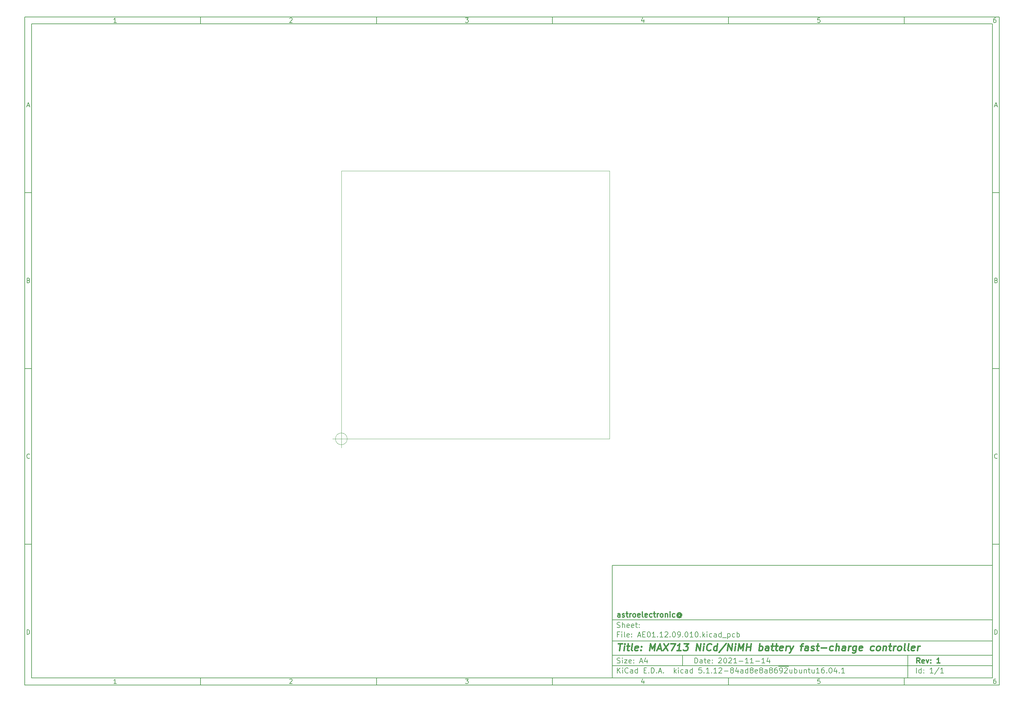
<source format=gbr>
%TF.GenerationSoftware,KiCad,Pcbnew,5.1.12-84ad8e8a86~92~ubuntu16.04.1*%
%TF.CreationDate,2021-11-14T14:14:53+01:00*%
%TF.ProjectId,AE01.12.09.010,41453031-2e31-4322-9e30-392e3031302e,1*%
%TF.SameCoordinates,Original*%
%TF.FileFunction,Glue,Bot*%
%TF.FilePolarity,Positive*%
%FSLAX46Y46*%
G04 Gerber Fmt 4.6, Leading zero omitted, Abs format (unit mm)*
G04 Created by KiCad (PCBNEW 5.1.12-84ad8e8a86~92~ubuntu16.04.1) date 2021-11-14 14:14:53*
%MOMM*%
%LPD*%
G01*
G04 APERTURE LIST*
%ADD10C,0.100000*%
%ADD11C,0.150000*%
%ADD12C,0.300000*%
%ADD13C,0.400000*%
%TA.AperFunction,Profile*%
%ADD14C,0.050000*%
%TD*%
G04 APERTURE END LIST*
D10*
D11*
X177002200Y-166007200D02*
X177002200Y-198007200D01*
X285002200Y-198007200D01*
X285002200Y-166007200D01*
X177002200Y-166007200D01*
D10*
D11*
X10000000Y-10000000D02*
X10000000Y-200007200D01*
X287002200Y-200007200D01*
X287002200Y-10000000D01*
X10000000Y-10000000D01*
D10*
D11*
X12000000Y-12000000D02*
X12000000Y-198007200D01*
X285002200Y-198007200D01*
X285002200Y-12000000D01*
X12000000Y-12000000D01*
D10*
D11*
X60000000Y-12000000D02*
X60000000Y-10000000D01*
D10*
D11*
X110000000Y-12000000D02*
X110000000Y-10000000D01*
D10*
D11*
X160000000Y-12000000D02*
X160000000Y-10000000D01*
D10*
D11*
X210000000Y-12000000D02*
X210000000Y-10000000D01*
D10*
D11*
X260000000Y-12000000D02*
X260000000Y-10000000D01*
D10*
D11*
X36065476Y-11588095D02*
X35322619Y-11588095D01*
X35694047Y-11588095D02*
X35694047Y-10288095D01*
X35570238Y-10473809D01*
X35446428Y-10597619D01*
X35322619Y-10659523D01*
D10*
D11*
X85322619Y-10411904D02*
X85384523Y-10350000D01*
X85508333Y-10288095D01*
X85817857Y-10288095D01*
X85941666Y-10350000D01*
X86003571Y-10411904D01*
X86065476Y-10535714D01*
X86065476Y-10659523D01*
X86003571Y-10845238D01*
X85260714Y-11588095D01*
X86065476Y-11588095D01*
D10*
D11*
X135260714Y-10288095D02*
X136065476Y-10288095D01*
X135632142Y-10783333D01*
X135817857Y-10783333D01*
X135941666Y-10845238D01*
X136003571Y-10907142D01*
X136065476Y-11030952D01*
X136065476Y-11340476D01*
X136003571Y-11464285D01*
X135941666Y-11526190D01*
X135817857Y-11588095D01*
X135446428Y-11588095D01*
X135322619Y-11526190D01*
X135260714Y-11464285D01*
D10*
D11*
X185941666Y-10721428D02*
X185941666Y-11588095D01*
X185632142Y-10226190D02*
X185322619Y-11154761D01*
X186127380Y-11154761D01*
D10*
D11*
X236003571Y-10288095D02*
X235384523Y-10288095D01*
X235322619Y-10907142D01*
X235384523Y-10845238D01*
X235508333Y-10783333D01*
X235817857Y-10783333D01*
X235941666Y-10845238D01*
X236003571Y-10907142D01*
X236065476Y-11030952D01*
X236065476Y-11340476D01*
X236003571Y-11464285D01*
X235941666Y-11526190D01*
X235817857Y-11588095D01*
X235508333Y-11588095D01*
X235384523Y-11526190D01*
X235322619Y-11464285D01*
D10*
D11*
X285941666Y-10288095D02*
X285694047Y-10288095D01*
X285570238Y-10350000D01*
X285508333Y-10411904D01*
X285384523Y-10597619D01*
X285322619Y-10845238D01*
X285322619Y-11340476D01*
X285384523Y-11464285D01*
X285446428Y-11526190D01*
X285570238Y-11588095D01*
X285817857Y-11588095D01*
X285941666Y-11526190D01*
X286003571Y-11464285D01*
X286065476Y-11340476D01*
X286065476Y-11030952D01*
X286003571Y-10907142D01*
X285941666Y-10845238D01*
X285817857Y-10783333D01*
X285570238Y-10783333D01*
X285446428Y-10845238D01*
X285384523Y-10907142D01*
X285322619Y-11030952D01*
D10*
D11*
X60000000Y-198007200D02*
X60000000Y-200007200D01*
D10*
D11*
X110000000Y-198007200D02*
X110000000Y-200007200D01*
D10*
D11*
X160000000Y-198007200D02*
X160000000Y-200007200D01*
D10*
D11*
X210000000Y-198007200D02*
X210000000Y-200007200D01*
D10*
D11*
X260000000Y-198007200D02*
X260000000Y-200007200D01*
D10*
D11*
X36065476Y-199595295D02*
X35322619Y-199595295D01*
X35694047Y-199595295D02*
X35694047Y-198295295D01*
X35570238Y-198481009D01*
X35446428Y-198604819D01*
X35322619Y-198666723D01*
D10*
D11*
X85322619Y-198419104D02*
X85384523Y-198357200D01*
X85508333Y-198295295D01*
X85817857Y-198295295D01*
X85941666Y-198357200D01*
X86003571Y-198419104D01*
X86065476Y-198542914D01*
X86065476Y-198666723D01*
X86003571Y-198852438D01*
X85260714Y-199595295D01*
X86065476Y-199595295D01*
D10*
D11*
X135260714Y-198295295D02*
X136065476Y-198295295D01*
X135632142Y-198790533D01*
X135817857Y-198790533D01*
X135941666Y-198852438D01*
X136003571Y-198914342D01*
X136065476Y-199038152D01*
X136065476Y-199347676D01*
X136003571Y-199471485D01*
X135941666Y-199533390D01*
X135817857Y-199595295D01*
X135446428Y-199595295D01*
X135322619Y-199533390D01*
X135260714Y-199471485D01*
D10*
D11*
X185941666Y-198728628D02*
X185941666Y-199595295D01*
X185632142Y-198233390D02*
X185322619Y-199161961D01*
X186127380Y-199161961D01*
D10*
D11*
X236003571Y-198295295D02*
X235384523Y-198295295D01*
X235322619Y-198914342D01*
X235384523Y-198852438D01*
X235508333Y-198790533D01*
X235817857Y-198790533D01*
X235941666Y-198852438D01*
X236003571Y-198914342D01*
X236065476Y-199038152D01*
X236065476Y-199347676D01*
X236003571Y-199471485D01*
X235941666Y-199533390D01*
X235817857Y-199595295D01*
X235508333Y-199595295D01*
X235384523Y-199533390D01*
X235322619Y-199471485D01*
D10*
D11*
X285941666Y-198295295D02*
X285694047Y-198295295D01*
X285570238Y-198357200D01*
X285508333Y-198419104D01*
X285384523Y-198604819D01*
X285322619Y-198852438D01*
X285322619Y-199347676D01*
X285384523Y-199471485D01*
X285446428Y-199533390D01*
X285570238Y-199595295D01*
X285817857Y-199595295D01*
X285941666Y-199533390D01*
X286003571Y-199471485D01*
X286065476Y-199347676D01*
X286065476Y-199038152D01*
X286003571Y-198914342D01*
X285941666Y-198852438D01*
X285817857Y-198790533D01*
X285570238Y-198790533D01*
X285446428Y-198852438D01*
X285384523Y-198914342D01*
X285322619Y-199038152D01*
D10*
D11*
X10000000Y-60000000D02*
X12000000Y-60000000D01*
D10*
D11*
X10000000Y-110000000D02*
X12000000Y-110000000D01*
D10*
D11*
X10000000Y-160000000D02*
X12000000Y-160000000D01*
D10*
D11*
X10690476Y-35216666D02*
X11309523Y-35216666D01*
X10566666Y-35588095D02*
X11000000Y-34288095D01*
X11433333Y-35588095D01*
D10*
D11*
X11092857Y-84907142D02*
X11278571Y-84969047D01*
X11340476Y-85030952D01*
X11402380Y-85154761D01*
X11402380Y-85340476D01*
X11340476Y-85464285D01*
X11278571Y-85526190D01*
X11154761Y-85588095D01*
X10659523Y-85588095D01*
X10659523Y-84288095D01*
X11092857Y-84288095D01*
X11216666Y-84350000D01*
X11278571Y-84411904D01*
X11340476Y-84535714D01*
X11340476Y-84659523D01*
X11278571Y-84783333D01*
X11216666Y-84845238D01*
X11092857Y-84907142D01*
X10659523Y-84907142D01*
D10*
D11*
X11402380Y-135464285D02*
X11340476Y-135526190D01*
X11154761Y-135588095D01*
X11030952Y-135588095D01*
X10845238Y-135526190D01*
X10721428Y-135402380D01*
X10659523Y-135278571D01*
X10597619Y-135030952D01*
X10597619Y-134845238D01*
X10659523Y-134597619D01*
X10721428Y-134473809D01*
X10845238Y-134350000D01*
X11030952Y-134288095D01*
X11154761Y-134288095D01*
X11340476Y-134350000D01*
X11402380Y-134411904D01*
D10*
D11*
X10659523Y-185588095D02*
X10659523Y-184288095D01*
X10969047Y-184288095D01*
X11154761Y-184350000D01*
X11278571Y-184473809D01*
X11340476Y-184597619D01*
X11402380Y-184845238D01*
X11402380Y-185030952D01*
X11340476Y-185278571D01*
X11278571Y-185402380D01*
X11154761Y-185526190D01*
X10969047Y-185588095D01*
X10659523Y-185588095D01*
D10*
D11*
X287002200Y-60000000D02*
X285002200Y-60000000D01*
D10*
D11*
X287002200Y-110000000D02*
X285002200Y-110000000D01*
D10*
D11*
X287002200Y-160000000D02*
X285002200Y-160000000D01*
D10*
D11*
X285692676Y-35216666D02*
X286311723Y-35216666D01*
X285568866Y-35588095D02*
X286002200Y-34288095D01*
X286435533Y-35588095D01*
D10*
D11*
X286095057Y-84907142D02*
X286280771Y-84969047D01*
X286342676Y-85030952D01*
X286404580Y-85154761D01*
X286404580Y-85340476D01*
X286342676Y-85464285D01*
X286280771Y-85526190D01*
X286156961Y-85588095D01*
X285661723Y-85588095D01*
X285661723Y-84288095D01*
X286095057Y-84288095D01*
X286218866Y-84350000D01*
X286280771Y-84411904D01*
X286342676Y-84535714D01*
X286342676Y-84659523D01*
X286280771Y-84783333D01*
X286218866Y-84845238D01*
X286095057Y-84907142D01*
X285661723Y-84907142D01*
D10*
D11*
X286404580Y-135464285D02*
X286342676Y-135526190D01*
X286156961Y-135588095D01*
X286033152Y-135588095D01*
X285847438Y-135526190D01*
X285723628Y-135402380D01*
X285661723Y-135278571D01*
X285599819Y-135030952D01*
X285599819Y-134845238D01*
X285661723Y-134597619D01*
X285723628Y-134473809D01*
X285847438Y-134350000D01*
X286033152Y-134288095D01*
X286156961Y-134288095D01*
X286342676Y-134350000D01*
X286404580Y-134411904D01*
D10*
D11*
X285661723Y-185588095D02*
X285661723Y-184288095D01*
X285971247Y-184288095D01*
X286156961Y-184350000D01*
X286280771Y-184473809D01*
X286342676Y-184597619D01*
X286404580Y-184845238D01*
X286404580Y-185030952D01*
X286342676Y-185278571D01*
X286280771Y-185402380D01*
X286156961Y-185526190D01*
X285971247Y-185588095D01*
X285661723Y-185588095D01*
D10*
D11*
X200434342Y-193785771D02*
X200434342Y-192285771D01*
X200791485Y-192285771D01*
X201005771Y-192357200D01*
X201148628Y-192500057D01*
X201220057Y-192642914D01*
X201291485Y-192928628D01*
X201291485Y-193142914D01*
X201220057Y-193428628D01*
X201148628Y-193571485D01*
X201005771Y-193714342D01*
X200791485Y-193785771D01*
X200434342Y-193785771D01*
X202577200Y-193785771D02*
X202577200Y-193000057D01*
X202505771Y-192857200D01*
X202362914Y-192785771D01*
X202077200Y-192785771D01*
X201934342Y-192857200D01*
X202577200Y-193714342D02*
X202434342Y-193785771D01*
X202077200Y-193785771D01*
X201934342Y-193714342D01*
X201862914Y-193571485D01*
X201862914Y-193428628D01*
X201934342Y-193285771D01*
X202077200Y-193214342D01*
X202434342Y-193214342D01*
X202577200Y-193142914D01*
X203077200Y-192785771D02*
X203648628Y-192785771D01*
X203291485Y-192285771D02*
X203291485Y-193571485D01*
X203362914Y-193714342D01*
X203505771Y-193785771D01*
X203648628Y-193785771D01*
X204720057Y-193714342D02*
X204577200Y-193785771D01*
X204291485Y-193785771D01*
X204148628Y-193714342D01*
X204077200Y-193571485D01*
X204077200Y-193000057D01*
X204148628Y-192857200D01*
X204291485Y-192785771D01*
X204577200Y-192785771D01*
X204720057Y-192857200D01*
X204791485Y-193000057D01*
X204791485Y-193142914D01*
X204077200Y-193285771D01*
X205434342Y-193642914D02*
X205505771Y-193714342D01*
X205434342Y-193785771D01*
X205362914Y-193714342D01*
X205434342Y-193642914D01*
X205434342Y-193785771D01*
X205434342Y-192857200D02*
X205505771Y-192928628D01*
X205434342Y-193000057D01*
X205362914Y-192928628D01*
X205434342Y-192857200D01*
X205434342Y-193000057D01*
X207220057Y-192428628D02*
X207291485Y-192357200D01*
X207434342Y-192285771D01*
X207791485Y-192285771D01*
X207934342Y-192357200D01*
X208005771Y-192428628D01*
X208077200Y-192571485D01*
X208077200Y-192714342D01*
X208005771Y-192928628D01*
X207148628Y-193785771D01*
X208077200Y-193785771D01*
X209005771Y-192285771D02*
X209148628Y-192285771D01*
X209291485Y-192357200D01*
X209362914Y-192428628D01*
X209434342Y-192571485D01*
X209505771Y-192857200D01*
X209505771Y-193214342D01*
X209434342Y-193500057D01*
X209362914Y-193642914D01*
X209291485Y-193714342D01*
X209148628Y-193785771D01*
X209005771Y-193785771D01*
X208862914Y-193714342D01*
X208791485Y-193642914D01*
X208720057Y-193500057D01*
X208648628Y-193214342D01*
X208648628Y-192857200D01*
X208720057Y-192571485D01*
X208791485Y-192428628D01*
X208862914Y-192357200D01*
X209005771Y-192285771D01*
X210077200Y-192428628D02*
X210148628Y-192357200D01*
X210291485Y-192285771D01*
X210648628Y-192285771D01*
X210791485Y-192357200D01*
X210862914Y-192428628D01*
X210934342Y-192571485D01*
X210934342Y-192714342D01*
X210862914Y-192928628D01*
X210005771Y-193785771D01*
X210934342Y-193785771D01*
X212362914Y-193785771D02*
X211505771Y-193785771D01*
X211934342Y-193785771D02*
X211934342Y-192285771D01*
X211791485Y-192500057D01*
X211648628Y-192642914D01*
X211505771Y-192714342D01*
X213005771Y-193214342D02*
X214148628Y-193214342D01*
X215648628Y-193785771D02*
X214791485Y-193785771D01*
X215220057Y-193785771D02*
X215220057Y-192285771D01*
X215077200Y-192500057D01*
X214934342Y-192642914D01*
X214791485Y-192714342D01*
X217077200Y-193785771D02*
X216220057Y-193785771D01*
X216648628Y-193785771D02*
X216648628Y-192285771D01*
X216505771Y-192500057D01*
X216362914Y-192642914D01*
X216220057Y-192714342D01*
X217720057Y-193214342D02*
X218862914Y-193214342D01*
X220362914Y-193785771D02*
X219505771Y-193785771D01*
X219934342Y-193785771D02*
X219934342Y-192285771D01*
X219791485Y-192500057D01*
X219648628Y-192642914D01*
X219505771Y-192714342D01*
X221648628Y-192785771D02*
X221648628Y-193785771D01*
X221291485Y-192214342D02*
X220934342Y-193285771D01*
X221862914Y-193285771D01*
D10*
D11*
X177002200Y-194507200D02*
X285002200Y-194507200D01*
D10*
D11*
X178434342Y-196585771D02*
X178434342Y-195085771D01*
X179291485Y-196585771D02*
X178648628Y-195728628D01*
X179291485Y-195085771D02*
X178434342Y-195942914D01*
X179934342Y-196585771D02*
X179934342Y-195585771D01*
X179934342Y-195085771D02*
X179862914Y-195157200D01*
X179934342Y-195228628D01*
X180005771Y-195157200D01*
X179934342Y-195085771D01*
X179934342Y-195228628D01*
X181505771Y-196442914D02*
X181434342Y-196514342D01*
X181220057Y-196585771D01*
X181077200Y-196585771D01*
X180862914Y-196514342D01*
X180720057Y-196371485D01*
X180648628Y-196228628D01*
X180577200Y-195942914D01*
X180577200Y-195728628D01*
X180648628Y-195442914D01*
X180720057Y-195300057D01*
X180862914Y-195157200D01*
X181077200Y-195085771D01*
X181220057Y-195085771D01*
X181434342Y-195157200D01*
X181505771Y-195228628D01*
X182791485Y-196585771D02*
X182791485Y-195800057D01*
X182720057Y-195657200D01*
X182577200Y-195585771D01*
X182291485Y-195585771D01*
X182148628Y-195657200D01*
X182791485Y-196514342D02*
X182648628Y-196585771D01*
X182291485Y-196585771D01*
X182148628Y-196514342D01*
X182077200Y-196371485D01*
X182077200Y-196228628D01*
X182148628Y-196085771D01*
X182291485Y-196014342D01*
X182648628Y-196014342D01*
X182791485Y-195942914D01*
X184148628Y-196585771D02*
X184148628Y-195085771D01*
X184148628Y-196514342D02*
X184005771Y-196585771D01*
X183720057Y-196585771D01*
X183577200Y-196514342D01*
X183505771Y-196442914D01*
X183434342Y-196300057D01*
X183434342Y-195871485D01*
X183505771Y-195728628D01*
X183577200Y-195657200D01*
X183720057Y-195585771D01*
X184005771Y-195585771D01*
X184148628Y-195657200D01*
X186005771Y-195800057D02*
X186505771Y-195800057D01*
X186720057Y-196585771D02*
X186005771Y-196585771D01*
X186005771Y-195085771D01*
X186720057Y-195085771D01*
X187362914Y-196442914D02*
X187434342Y-196514342D01*
X187362914Y-196585771D01*
X187291485Y-196514342D01*
X187362914Y-196442914D01*
X187362914Y-196585771D01*
X188077200Y-196585771D02*
X188077200Y-195085771D01*
X188434342Y-195085771D01*
X188648628Y-195157200D01*
X188791485Y-195300057D01*
X188862914Y-195442914D01*
X188934342Y-195728628D01*
X188934342Y-195942914D01*
X188862914Y-196228628D01*
X188791485Y-196371485D01*
X188648628Y-196514342D01*
X188434342Y-196585771D01*
X188077200Y-196585771D01*
X189577200Y-196442914D02*
X189648628Y-196514342D01*
X189577200Y-196585771D01*
X189505771Y-196514342D01*
X189577200Y-196442914D01*
X189577200Y-196585771D01*
X190220057Y-196157200D02*
X190934342Y-196157200D01*
X190077200Y-196585771D02*
X190577200Y-195085771D01*
X191077200Y-196585771D01*
X191577200Y-196442914D02*
X191648628Y-196514342D01*
X191577200Y-196585771D01*
X191505771Y-196514342D01*
X191577200Y-196442914D01*
X191577200Y-196585771D01*
X194577200Y-196585771D02*
X194577200Y-195085771D01*
X194720057Y-196014342D02*
X195148628Y-196585771D01*
X195148628Y-195585771D02*
X194577200Y-196157200D01*
X195791485Y-196585771D02*
X195791485Y-195585771D01*
X195791485Y-195085771D02*
X195720057Y-195157200D01*
X195791485Y-195228628D01*
X195862914Y-195157200D01*
X195791485Y-195085771D01*
X195791485Y-195228628D01*
X197148628Y-196514342D02*
X197005771Y-196585771D01*
X196720057Y-196585771D01*
X196577200Y-196514342D01*
X196505771Y-196442914D01*
X196434342Y-196300057D01*
X196434342Y-195871485D01*
X196505771Y-195728628D01*
X196577200Y-195657200D01*
X196720057Y-195585771D01*
X197005771Y-195585771D01*
X197148628Y-195657200D01*
X198434342Y-196585771D02*
X198434342Y-195800057D01*
X198362914Y-195657200D01*
X198220057Y-195585771D01*
X197934342Y-195585771D01*
X197791485Y-195657200D01*
X198434342Y-196514342D02*
X198291485Y-196585771D01*
X197934342Y-196585771D01*
X197791485Y-196514342D01*
X197720057Y-196371485D01*
X197720057Y-196228628D01*
X197791485Y-196085771D01*
X197934342Y-196014342D01*
X198291485Y-196014342D01*
X198434342Y-195942914D01*
X199791485Y-196585771D02*
X199791485Y-195085771D01*
X199791485Y-196514342D02*
X199648628Y-196585771D01*
X199362914Y-196585771D01*
X199220057Y-196514342D01*
X199148628Y-196442914D01*
X199077200Y-196300057D01*
X199077200Y-195871485D01*
X199148628Y-195728628D01*
X199220057Y-195657200D01*
X199362914Y-195585771D01*
X199648628Y-195585771D01*
X199791485Y-195657200D01*
X202362914Y-195085771D02*
X201648628Y-195085771D01*
X201577200Y-195800057D01*
X201648628Y-195728628D01*
X201791485Y-195657200D01*
X202148628Y-195657200D01*
X202291485Y-195728628D01*
X202362914Y-195800057D01*
X202434342Y-195942914D01*
X202434342Y-196300057D01*
X202362914Y-196442914D01*
X202291485Y-196514342D01*
X202148628Y-196585771D01*
X201791485Y-196585771D01*
X201648628Y-196514342D01*
X201577200Y-196442914D01*
X203077200Y-196442914D02*
X203148628Y-196514342D01*
X203077200Y-196585771D01*
X203005771Y-196514342D01*
X203077200Y-196442914D01*
X203077200Y-196585771D01*
X204577200Y-196585771D02*
X203720057Y-196585771D01*
X204148628Y-196585771D02*
X204148628Y-195085771D01*
X204005771Y-195300057D01*
X203862914Y-195442914D01*
X203720057Y-195514342D01*
X205220057Y-196442914D02*
X205291485Y-196514342D01*
X205220057Y-196585771D01*
X205148628Y-196514342D01*
X205220057Y-196442914D01*
X205220057Y-196585771D01*
X206720057Y-196585771D02*
X205862914Y-196585771D01*
X206291485Y-196585771D02*
X206291485Y-195085771D01*
X206148628Y-195300057D01*
X206005771Y-195442914D01*
X205862914Y-195514342D01*
X207291485Y-195228628D02*
X207362914Y-195157200D01*
X207505771Y-195085771D01*
X207862914Y-195085771D01*
X208005771Y-195157200D01*
X208077200Y-195228628D01*
X208148628Y-195371485D01*
X208148628Y-195514342D01*
X208077200Y-195728628D01*
X207220057Y-196585771D01*
X208148628Y-196585771D01*
X208791485Y-196014342D02*
X209934342Y-196014342D01*
X210862914Y-195728628D02*
X210720057Y-195657200D01*
X210648628Y-195585771D01*
X210577200Y-195442914D01*
X210577200Y-195371485D01*
X210648628Y-195228628D01*
X210720057Y-195157200D01*
X210862914Y-195085771D01*
X211148628Y-195085771D01*
X211291485Y-195157200D01*
X211362914Y-195228628D01*
X211434342Y-195371485D01*
X211434342Y-195442914D01*
X211362914Y-195585771D01*
X211291485Y-195657200D01*
X211148628Y-195728628D01*
X210862914Y-195728628D01*
X210720057Y-195800057D01*
X210648628Y-195871485D01*
X210577200Y-196014342D01*
X210577200Y-196300057D01*
X210648628Y-196442914D01*
X210720057Y-196514342D01*
X210862914Y-196585771D01*
X211148628Y-196585771D01*
X211291485Y-196514342D01*
X211362914Y-196442914D01*
X211434342Y-196300057D01*
X211434342Y-196014342D01*
X211362914Y-195871485D01*
X211291485Y-195800057D01*
X211148628Y-195728628D01*
X212720057Y-195585771D02*
X212720057Y-196585771D01*
X212362914Y-195014342D02*
X212005771Y-196085771D01*
X212934342Y-196085771D01*
X214148628Y-196585771D02*
X214148628Y-195800057D01*
X214077200Y-195657200D01*
X213934342Y-195585771D01*
X213648628Y-195585771D01*
X213505771Y-195657200D01*
X214148628Y-196514342D02*
X214005771Y-196585771D01*
X213648628Y-196585771D01*
X213505771Y-196514342D01*
X213434342Y-196371485D01*
X213434342Y-196228628D01*
X213505771Y-196085771D01*
X213648628Y-196014342D01*
X214005771Y-196014342D01*
X214148628Y-195942914D01*
X215505771Y-196585771D02*
X215505771Y-195085771D01*
X215505771Y-196514342D02*
X215362914Y-196585771D01*
X215077200Y-196585771D01*
X214934342Y-196514342D01*
X214862914Y-196442914D01*
X214791485Y-196300057D01*
X214791485Y-195871485D01*
X214862914Y-195728628D01*
X214934342Y-195657200D01*
X215077200Y-195585771D01*
X215362914Y-195585771D01*
X215505771Y-195657200D01*
X216434342Y-195728628D02*
X216291485Y-195657200D01*
X216220057Y-195585771D01*
X216148628Y-195442914D01*
X216148628Y-195371485D01*
X216220057Y-195228628D01*
X216291485Y-195157200D01*
X216434342Y-195085771D01*
X216720057Y-195085771D01*
X216862914Y-195157200D01*
X216934342Y-195228628D01*
X217005771Y-195371485D01*
X217005771Y-195442914D01*
X216934342Y-195585771D01*
X216862914Y-195657200D01*
X216720057Y-195728628D01*
X216434342Y-195728628D01*
X216291485Y-195800057D01*
X216220057Y-195871485D01*
X216148628Y-196014342D01*
X216148628Y-196300057D01*
X216220057Y-196442914D01*
X216291485Y-196514342D01*
X216434342Y-196585771D01*
X216720057Y-196585771D01*
X216862914Y-196514342D01*
X216934342Y-196442914D01*
X217005771Y-196300057D01*
X217005771Y-196014342D01*
X216934342Y-195871485D01*
X216862914Y-195800057D01*
X216720057Y-195728628D01*
X218220057Y-196514342D02*
X218077200Y-196585771D01*
X217791485Y-196585771D01*
X217648628Y-196514342D01*
X217577200Y-196371485D01*
X217577200Y-195800057D01*
X217648628Y-195657200D01*
X217791485Y-195585771D01*
X218077200Y-195585771D01*
X218220057Y-195657200D01*
X218291485Y-195800057D01*
X218291485Y-195942914D01*
X217577200Y-196085771D01*
X219148628Y-195728628D02*
X219005771Y-195657200D01*
X218934342Y-195585771D01*
X218862914Y-195442914D01*
X218862914Y-195371485D01*
X218934342Y-195228628D01*
X219005771Y-195157200D01*
X219148628Y-195085771D01*
X219434342Y-195085771D01*
X219577200Y-195157200D01*
X219648628Y-195228628D01*
X219720057Y-195371485D01*
X219720057Y-195442914D01*
X219648628Y-195585771D01*
X219577200Y-195657200D01*
X219434342Y-195728628D01*
X219148628Y-195728628D01*
X219005771Y-195800057D01*
X218934342Y-195871485D01*
X218862914Y-196014342D01*
X218862914Y-196300057D01*
X218934342Y-196442914D01*
X219005771Y-196514342D01*
X219148628Y-196585771D01*
X219434342Y-196585771D01*
X219577200Y-196514342D01*
X219648628Y-196442914D01*
X219720057Y-196300057D01*
X219720057Y-196014342D01*
X219648628Y-195871485D01*
X219577200Y-195800057D01*
X219434342Y-195728628D01*
X221005771Y-196585771D02*
X221005771Y-195800057D01*
X220934342Y-195657200D01*
X220791485Y-195585771D01*
X220505771Y-195585771D01*
X220362914Y-195657200D01*
X221005771Y-196514342D02*
X220862914Y-196585771D01*
X220505771Y-196585771D01*
X220362914Y-196514342D01*
X220291485Y-196371485D01*
X220291485Y-196228628D01*
X220362914Y-196085771D01*
X220505771Y-196014342D01*
X220862914Y-196014342D01*
X221005771Y-195942914D01*
X221934342Y-195728628D02*
X221791485Y-195657200D01*
X221720057Y-195585771D01*
X221648628Y-195442914D01*
X221648628Y-195371485D01*
X221720057Y-195228628D01*
X221791485Y-195157200D01*
X221934342Y-195085771D01*
X222220057Y-195085771D01*
X222362914Y-195157200D01*
X222434342Y-195228628D01*
X222505771Y-195371485D01*
X222505771Y-195442914D01*
X222434342Y-195585771D01*
X222362914Y-195657200D01*
X222220057Y-195728628D01*
X221934342Y-195728628D01*
X221791485Y-195800057D01*
X221720057Y-195871485D01*
X221648628Y-196014342D01*
X221648628Y-196300057D01*
X221720057Y-196442914D01*
X221791485Y-196514342D01*
X221934342Y-196585771D01*
X222220057Y-196585771D01*
X222362914Y-196514342D01*
X222434342Y-196442914D01*
X222505771Y-196300057D01*
X222505771Y-196014342D01*
X222434342Y-195871485D01*
X222362914Y-195800057D01*
X222220057Y-195728628D01*
X223791485Y-195085771D02*
X223505771Y-195085771D01*
X223362914Y-195157200D01*
X223291485Y-195228628D01*
X223148628Y-195442914D01*
X223077200Y-195728628D01*
X223077200Y-196300057D01*
X223148628Y-196442914D01*
X223220057Y-196514342D01*
X223362914Y-196585771D01*
X223648628Y-196585771D01*
X223791485Y-196514342D01*
X223862914Y-196442914D01*
X223934342Y-196300057D01*
X223934342Y-195942914D01*
X223862914Y-195800057D01*
X223791485Y-195728628D01*
X223648628Y-195657200D01*
X223362914Y-195657200D01*
X223220057Y-195728628D01*
X223148628Y-195800057D01*
X223077200Y-195942914D01*
X224220057Y-194677200D02*
X225648628Y-194677200D01*
X224648628Y-196585771D02*
X224934342Y-196585771D01*
X225077200Y-196514342D01*
X225148628Y-196442914D01*
X225291485Y-196228628D01*
X225362914Y-195942914D01*
X225362914Y-195371485D01*
X225291485Y-195228628D01*
X225220057Y-195157200D01*
X225077200Y-195085771D01*
X224791485Y-195085771D01*
X224648628Y-195157200D01*
X224577200Y-195228628D01*
X224505771Y-195371485D01*
X224505771Y-195728628D01*
X224577200Y-195871485D01*
X224648628Y-195942914D01*
X224791485Y-196014342D01*
X225077200Y-196014342D01*
X225220057Y-195942914D01*
X225291485Y-195871485D01*
X225362914Y-195728628D01*
X225648628Y-194677200D02*
X227077199Y-194677200D01*
X225934342Y-195228628D02*
X226005771Y-195157200D01*
X226148628Y-195085771D01*
X226505771Y-195085771D01*
X226648628Y-195157200D01*
X226720057Y-195228628D01*
X226791485Y-195371485D01*
X226791485Y-195514342D01*
X226720057Y-195728628D01*
X225862914Y-196585771D01*
X226791485Y-196585771D01*
X228077199Y-195585771D02*
X228077199Y-196585771D01*
X227434342Y-195585771D02*
X227434342Y-196371485D01*
X227505771Y-196514342D01*
X227648628Y-196585771D01*
X227862914Y-196585771D01*
X228005771Y-196514342D01*
X228077199Y-196442914D01*
X228791485Y-196585771D02*
X228791485Y-195085771D01*
X228791485Y-195657200D02*
X228934342Y-195585771D01*
X229220057Y-195585771D01*
X229362914Y-195657200D01*
X229434342Y-195728628D01*
X229505771Y-195871485D01*
X229505771Y-196300057D01*
X229434342Y-196442914D01*
X229362914Y-196514342D01*
X229220057Y-196585771D01*
X228934342Y-196585771D01*
X228791485Y-196514342D01*
X230791485Y-195585771D02*
X230791485Y-196585771D01*
X230148628Y-195585771D02*
X230148628Y-196371485D01*
X230220057Y-196514342D01*
X230362914Y-196585771D01*
X230577199Y-196585771D01*
X230720057Y-196514342D01*
X230791485Y-196442914D01*
X231505771Y-195585771D02*
X231505771Y-196585771D01*
X231505771Y-195728628D02*
X231577199Y-195657200D01*
X231720057Y-195585771D01*
X231934342Y-195585771D01*
X232077199Y-195657200D01*
X232148628Y-195800057D01*
X232148628Y-196585771D01*
X232648628Y-195585771D02*
X233220057Y-195585771D01*
X232862914Y-195085771D02*
X232862914Y-196371485D01*
X232934342Y-196514342D01*
X233077200Y-196585771D01*
X233220057Y-196585771D01*
X234362914Y-195585771D02*
X234362914Y-196585771D01*
X233720057Y-195585771D02*
X233720057Y-196371485D01*
X233791485Y-196514342D01*
X233934342Y-196585771D01*
X234148628Y-196585771D01*
X234291485Y-196514342D01*
X234362914Y-196442914D01*
X235862914Y-196585771D02*
X235005771Y-196585771D01*
X235434342Y-196585771D02*
X235434342Y-195085771D01*
X235291485Y-195300057D01*
X235148628Y-195442914D01*
X235005771Y-195514342D01*
X237148628Y-195085771D02*
X236862914Y-195085771D01*
X236720057Y-195157200D01*
X236648628Y-195228628D01*
X236505771Y-195442914D01*
X236434342Y-195728628D01*
X236434342Y-196300057D01*
X236505771Y-196442914D01*
X236577199Y-196514342D01*
X236720057Y-196585771D01*
X237005771Y-196585771D01*
X237148628Y-196514342D01*
X237220057Y-196442914D01*
X237291485Y-196300057D01*
X237291485Y-195942914D01*
X237220057Y-195800057D01*
X237148628Y-195728628D01*
X237005771Y-195657200D01*
X236720057Y-195657200D01*
X236577199Y-195728628D01*
X236505771Y-195800057D01*
X236434342Y-195942914D01*
X237934342Y-196442914D02*
X238005771Y-196514342D01*
X237934342Y-196585771D01*
X237862914Y-196514342D01*
X237934342Y-196442914D01*
X237934342Y-196585771D01*
X238934342Y-195085771D02*
X239077199Y-195085771D01*
X239220057Y-195157200D01*
X239291485Y-195228628D01*
X239362914Y-195371485D01*
X239434342Y-195657200D01*
X239434342Y-196014342D01*
X239362914Y-196300057D01*
X239291485Y-196442914D01*
X239220057Y-196514342D01*
X239077199Y-196585771D01*
X238934342Y-196585771D01*
X238791485Y-196514342D01*
X238720057Y-196442914D01*
X238648628Y-196300057D01*
X238577199Y-196014342D01*
X238577199Y-195657200D01*
X238648628Y-195371485D01*
X238720057Y-195228628D01*
X238791485Y-195157200D01*
X238934342Y-195085771D01*
X240720057Y-195585771D02*
X240720057Y-196585771D01*
X240362914Y-195014342D02*
X240005771Y-196085771D01*
X240934342Y-196085771D01*
X241505771Y-196442914D02*
X241577199Y-196514342D01*
X241505771Y-196585771D01*
X241434342Y-196514342D01*
X241505771Y-196442914D01*
X241505771Y-196585771D01*
X243005771Y-196585771D02*
X242148628Y-196585771D01*
X242577199Y-196585771D02*
X242577199Y-195085771D01*
X242434342Y-195300057D01*
X242291485Y-195442914D01*
X242148628Y-195514342D01*
D10*
D11*
X177002200Y-191507200D02*
X285002200Y-191507200D01*
D10*
D12*
X264411485Y-193785771D02*
X263911485Y-193071485D01*
X263554342Y-193785771D02*
X263554342Y-192285771D01*
X264125771Y-192285771D01*
X264268628Y-192357200D01*
X264340057Y-192428628D01*
X264411485Y-192571485D01*
X264411485Y-192785771D01*
X264340057Y-192928628D01*
X264268628Y-193000057D01*
X264125771Y-193071485D01*
X263554342Y-193071485D01*
X265625771Y-193714342D02*
X265482914Y-193785771D01*
X265197200Y-193785771D01*
X265054342Y-193714342D01*
X264982914Y-193571485D01*
X264982914Y-193000057D01*
X265054342Y-192857200D01*
X265197200Y-192785771D01*
X265482914Y-192785771D01*
X265625771Y-192857200D01*
X265697200Y-193000057D01*
X265697200Y-193142914D01*
X264982914Y-193285771D01*
X266197200Y-192785771D02*
X266554342Y-193785771D01*
X266911485Y-192785771D01*
X267482914Y-193642914D02*
X267554342Y-193714342D01*
X267482914Y-193785771D01*
X267411485Y-193714342D01*
X267482914Y-193642914D01*
X267482914Y-193785771D01*
X267482914Y-192857200D02*
X267554342Y-192928628D01*
X267482914Y-193000057D01*
X267411485Y-192928628D01*
X267482914Y-192857200D01*
X267482914Y-193000057D01*
X270125771Y-193785771D02*
X269268628Y-193785771D01*
X269697200Y-193785771D02*
X269697200Y-192285771D01*
X269554342Y-192500057D01*
X269411485Y-192642914D01*
X269268628Y-192714342D01*
D10*
D11*
X178362914Y-193714342D02*
X178577200Y-193785771D01*
X178934342Y-193785771D01*
X179077200Y-193714342D01*
X179148628Y-193642914D01*
X179220057Y-193500057D01*
X179220057Y-193357200D01*
X179148628Y-193214342D01*
X179077200Y-193142914D01*
X178934342Y-193071485D01*
X178648628Y-193000057D01*
X178505771Y-192928628D01*
X178434342Y-192857200D01*
X178362914Y-192714342D01*
X178362914Y-192571485D01*
X178434342Y-192428628D01*
X178505771Y-192357200D01*
X178648628Y-192285771D01*
X179005771Y-192285771D01*
X179220057Y-192357200D01*
X179862914Y-193785771D02*
X179862914Y-192785771D01*
X179862914Y-192285771D02*
X179791485Y-192357200D01*
X179862914Y-192428628D01*
X179934342Y-192357200D01*
X179862914Y-192285771D01*
X179862914Y-192428628D01*
X180434342Y-192785771D02*
X181220057Y-192785771D01*
X180434342Y-193785771D01*
X181220057Y-193785771D01*
X182362914Y-193714342D02*
X182220057Y-193785771D01*
X181934342Y-193785771D01*
X181791485Y-193714342D01*
X181720057Y-193571485D01*
X181720057Y-193000057D01*
X181791485Y-192857200D01*
X181934342Y-192785771D01*
X182220057Y-192785771D01*
X182362914Y-192857200D01*
X182434342Y-193000057D01*
X182434342Y-193142914D01*
X181720057Y-193285771D01*
X183077200Y-193642914D02*
X183148628Y-193714342D01*
X183077200Y-193785771D01*
X183005771Y-193714342D01*
X183077200Y-193642914D01*
X183077200Y-193785771D01*
X183077200Y-192857200D02*
X183148628Y-192928628D01*
X183077200Y-193000057D01*
X183005771Y-192928628D01*
X183077200Y-192857200D01*
X183077200Y-193000057D01*
X184862914Y-193357200D02*
X185577200Y-193357200D01*
X184720057Y-193785771D02*
X185220057Y-192285771D01*
X185720057Y-193785771D01*
X186862914Y-192785771D02*
X186862914Y-193785771D01*
X186505771Y-192214342D02*
X186148628Y-193285771D01*
X187077200Y-193285771D01*
D10*
D11*
X263434342Y-196585771D02*
X263434342Y-195085771D01*
X264791485Y-196585771D02*
X264791485Y-195085771D01*
X264791485Y-196514342D02*
X264648628Y-196585771D01*
X264362914Y-196585771D01*
X264220057Y-196514342D01*
X264148628Y-196442914D01*
X264077200Y-196300057D01*
X264077200Y-195871485D01*
X264148628Y-195728628D01*
X264220057Y-195657200D01*
X264362914Y-195585771D01*
X264648628Y-195585771D01*
X264791485Y-195657200D01*
X265505771Y-196442914D02*
X265577200Y-196514342D01*
X265505771Y-196585771D01*
X265434342Y-196514342D01*
X265505771Y-196442914D01*
X265505771Y-196585771D01*
X265505771Y-195657200D02*
X265577200Y-195728628D01*
X265505771Y-195800057D01*
X265434342Y-195728628D01*
X265505771Y-195657200D01*
X265505771Y-195800057D01*
X268148628Y-196585771D02*
X267291485Y-196585771D01*
X267720057Y-196585771D02*
X267720057Y-195085771D01*
X267577200Y-195300057D01*
X267434342Y-195442914D01*
X267291485Y-195514342D01*
X269862914Y-195014342D02*
X268577200Y-196942914D01*
X271148628Y-196585771D02*
X270291485Y-196585771D01*
X270720057Y-196585771D02*
X270720057Y-195085771D01*
X270577200Y-195300057D01*
X270434342Y-195442914D01*
X270291485Y-195514342D01*
D10*
D11*
X177002200Y-187507200D02*
X285002200Y-187507200D01*
D10*
D13*
X178714580Y-188211961D02*
X179857438Y-188211961D01*
X179036009Y-190211961D02*
X179286009Y-188211961D01*
X180274104Y-190211961D02*
X180440771Y-188878628D01*
X180524104Y-188211961D02*
X180416961Y-188307200D01*
X180500295Y-188402438D01*
X180607438Y-188307200D01*
X180524104Y-188211961D01*
X180500295Y-188402438D01*
X181107438Y-188878628D02*
X181869342Y-188878628D01*
X181476485Y-188211961D02*
X181262200Y-189926247D01*
X181333628Y-190116723D01*
X181512200Y-190211961D01*
X181702676Y-190211961D01*
X182655057Y-190211961D02*
X182476485Y-190116723D01*
X182405057Y-189926247D01*
X182619342Y-188211961D01*
X184190771Y-190116723D02*
X183988390Y-190211961D01*
X183607438Y-190211961D01*
X183428866Y-190116723D01*
X183357438Y-189926247D01*
X183452676Y-189164342D01*
X183571723Y-188973866D01*
X183774104Y-188878628D01*
X184155057Y-188878628D01*
X184333628Y-188973866D01*
X184405057Y-189164342D01*
X184381247Y-189354819D01*
X183405057Y-189545295D01*
X185155057Y-190021485D02*
X185238390Y-190116723D01*
X185131247Y-190211961D01*
X185047914Y-190116723D01*
X185155057Y-190021485D01*
X185131247Y-190211961D01*
X185286009Y-188973866D02*
X185369342Y-189069104D01*
X185262200Y-189164342D01*
X185178866Y-189069104D01*
X185286009Y-188973866D01*
X185262200Y-189164342D01*
X187607438Y-190211961D02*
X187857438Y-188211961D01*
X188345533Y-189640533D01*
X189190771Y-188211961D01*
X188940771Y-190211961D01*
X189869342Y-189640533D02*
X190821723Y-189640533D01*
X189607438Y-190211961D02*
X190524104Y-188211961D01*
X190940771Y-190211961D01*
X191666961Y-188211961D02*
X192750295Y-190211961D01*
X193000295Y-188211961D02*
X191416961Y-190211961D01*
X193571723Y-188211961D02*
X194905057Y-188211961D01*
X193797914Y-190211961D01*
X196464580Y-190211961D02*
X195321723Y-190211961D01*
X195893152Y-190211961D02*
X196143152Y-188211961D01*
X195916961Y-188497676D01*
X195702676Y-188688152D01*
X195500295Y-188783390D01*
X197381247Y-188211961D02*
X198619342Y-188211961D01*
X197857438Y-188973866D01*
X198143152Y-188973866D01*
X198321723Y-189069104D01*
X198405057Y-189164342D01*
X198476485Y-189354819D01*
X198416961Y-189831009D01*
X198297914Y-190021485D01*
X198190771Y-190116723D01*
X197988390Y-190211961D01*
X197416961Y-190211961D01*
X197238390Y-190116723D01*
X197155057Y-190021485D01*
X200750295Y-190211961D02*
X201000295Y-188211961D01*
X201893152Y-190211961D01*
X202143152Y-188211961D01*
X202845533Y-190211961D02*
X203012200Y-188878628D01*
X203095533Y-188211961D02*
X202988390Y-188307200D01*
X203071723Y-188402438D01*
X203178866Y-188307200D01*
X203095533Y-188211961D01*
X203071723Y-188402438D01*
X204964580Y-190021485D02*
X204857438Y-190116723D01*
X204559819Y-190211961D01*
X204369342Y-190211961D01*
X204095533Y-190116723D01*
X203928866Y-189926247D01*
X203857438Y-189735771D01*
X203809819Y-189354819D01*
X203845533Y-189069104D01*
X203988390Y-188688152D01*
X204107438Y-188497676D01*
X204321723Y-188307200D01*
X204619342Y-188211961D01*
X204809819Y-188211961D01*
X205083628Y-188307200D01*
X205166961Y-188402438D01*
X206655057Y-190211961D02*
X206905057Y-188211961D01*
X206666961Y-190116723D02*
X206464580Y-190211961D01*
X206083628Y-190211961D01*
X205905057Y-190116723D01*
X205821723Y-190021485D01*
X205750295Y-189831009D01*
X205821723Y-189259580D01*
X205940771Y-189069104D01*
X206047914Y-188973866D01*
X206250295Y-188878628D01*
X206631247Y-188878628D01*
X206809819Y-188973866D01*
X209297914Y-188116723D02*
X207262200Y-190688152D01*
X209702676Y-190211961D02*
X209952676Y-188211961D01*
X210845533Y-190211961D01*
X211095533Y-188211961D01*
X211797914Y-190211961D02*
X211964580Y-188878628D01*
X212047914Y-188211961D02*
X211940771Y-188307200D01*
X212024104Y-188402438D01*
X212131247Y-188307200D01*
X212047914Y-188211961D01*
X212024104Y-188402438D01*
X212750295Y-190211961D02*
X213000295Y-188211961D01*
X213488390Y-189640533D01*
X214333628Y-188211961D01*
X214083628Y-190211961D01*
X215036009Y-190211961D02*
X215286009Y-188211961D01*
X215166961Y-189164342D02*
X216309819Y-189164342D01*
X216178866Y-190211961D02*
X216428866Y-188211961D01*
X218655057Y-190211961D02*
X218905057Y-188211961D01*
X218809819Y-188973866D02*
X219012200Y-188878628D01*
X219393152Y-188878628D01*
X219571723Y-188973866D01*
X219655057Y-189069104D01*
X219726485Y-189259580D01*
X219655057Y-189831009D01*
X219536009Y-190021485D01*
X219428866Y-190116723D01*
X219226485Y-190211961D01*
X218845533Y-190211961D01*
X218666961Y-190116723D01*
X221321723Y-190211961D02*
X221452676Y-189164342D01*
X221381247Y-188973866D01*
X221202676Y-188878628D01*
X220821723Y-188878628D01*
X220619342Y-188973866D01*
X221333628Y-190116723D02*
X221131247Y-190211961D01*
X220655057Y-190211961D01*
X220476485Y-190116723D01*
X220405057Y-189926247D01*
X220428866Y-189735771D01*
X220547914Y-189545295D01*
X220750295Y-189450057D01*
X221226485Y-189450057D01*
X221428866Y-189354819D01*
X222155057Y-188878628D02*
X222916961Y-188878628D01*
X222524104Y-188211961D02*
X222309819Y-189926247D01*
X222381247Y-190116723D01*
X222559819Y-190211961D01*
X222750295Y-190211961D01*
X223297914Y-188878628D02*
X224059819Y-188878628D01*
X223666961Y-188211961D02*
X223452676Y-189926247D01*
X223524104Y-190116723D01*
X223702676Y-190211961D01*
X223893152Y-190211961D01*
X225333628Y-190116723D02*
X225131247Y-190211961D01*
X224750295Y-190211961D01*
X224571723Y-190116723D01*
X224500295Y-189926247D01*
X224595533Y-189164342D01*
X224714580Y-188973866D01*
X224916961Y-188878628D01*
X225297914Y-188878628D01*
X225476485Y-188973866D01*
X225547914Y-189164342D01*
X225524104Y-189354819D01*
X224547914Y-189545295D01*
X226274104Y-190211961D02*
X226440771Y-188878628D01*
X226393152Y-189259580D02*
X226512200Y-189069104D01*
X226619342Y-188973866D01*
X226821723Y-188878628D01*
X227012199Y-188878628D01*
X227488390Y-188878628D02*
X227797914Y-190211961D01*
X228440771Y-188878628D02*
X227797914Y-190211961D01*
X227547914Y-190688152D01*
X227440771Y-190783390D01*
X227238390Y-190878628D01*
X230440771Y-188878628D02*
X231202676Y-188878628D01*
X230559819Y-190211961D02*
X230774104Y-188497676D01*
X230893152Y-188307200D01*
X231095533Y-188211961D01*
X231286009Y-188211961D01*
X232559819Y-190211961D02*
X232690771Y-189164342D01*
X232619342Y-188973866D01*
X232440771Y-188878628D01*
X232059819Y-188878628D01*
X231857438Y-188973866D01*
X232571723Y-190116723D02*
X232369342Y-190211961D01*
X231893152Y-190211961D01*
X231714580Y-190116723D01*
X231643152Y-189926247D01*
X231666961Y-189735771D01*
X231786009Y-189545295D01*
X231988390Y-189450057D01*
X232464580Y-189450057D01*
X232666961Y-189354819D01*
X233428866Y-190116723D02*
X233607438Y-190211961D01*
X233988390Y-190211961D01*
X234190771Y-190116723D01*
X234309819Y-189926247D01*
X234321723Y-189831009D01*
X234250295Y-189640533D01*
X234071723Y-189545295D01*
X233786009Y-189545295D01*
X233607438Y-189450057D01*
X233536009Y-189259580D01*
X233547914Y-189164342D01*
X233666961Y-188973866D01*
X233869342Y-188878628D01*
X234155057Y-188878628D01*
X234333628Y-188973866D01*
X235012199Y-188878628D02*
X235774104Y-188878628D01*
X235381247Y-188211961D02*
X235166961Y-189926247D01*
X235238390Y-190116723D01*
X235416961Y-190211961D01*
X235607438Y-190211961D01*
X236369342Y-189450057D02*
X237893152Y-189450057D01*
X239619342Y-190116723D02*
X239416961Y-190211961D01*
X239036009Y-190211961D01*
X238857438Y-190116723D01*
X238774104Y-190021485D01*
X238702676Y-189831009D01*
X238774104Y-189259580D01*
X238893152Y-189069104D01*
X239000295Y-188973866D01*
X239202676Y-188878628D01*
X239583628Y-188878628D01*
X239762199Y-188973866D01*
X240464580Y-190211961D02*
X240714580Y-188211961D01*
X241321723Y-190211961D02*
X241452676Y-189164342D01*
X241381247Y-188973866D01*
X241202676Y-188878628D01*
X240916961Y-188878628D01*
X240714580Y-188973866D01*
X240607438Y-189069104D01*
X243131247Y-190211961D02*
X243262199Y-189164342D01*
X243190771Y-188973866D01*
X243012199Y-188878628D01*
X242631247Y-188878628D01*
X242428866Y-188973866D01*
X243143152Y-190116723D02*
X242940771Y-190211961D01*
X242464580Y-190211961D01*
X242286009Y-190116723D01*
X242214580Y-189926247D01*
X242238390Y-189735771D01*
X242357438Y-189545295D01*
X242559819Y-189450057D01*
X243036009Y-189450057D01*
X243238390Y-189354819D01*
X244083628Y-190211961D02*
X244250295Y-188878628D01*
X244202676Y-189259580D02*
X244321723Y-189069104D01*
X244428866Y-188973866D01*
X244631247Y-188878628D01*
X244821723Y-188878628D01*
X246345533Y-188878628D02*
X246143152Y-190497676D01*
X246024104Y-190688152D01*
X245916961Y-190783390D01*
X245714580Y-190878628D01*
X245428866Y-190878628D01*
X245250295Y-190783390D01*
X246190771Y-190116723D02*
X245988390Y-190211961D01*
X245607438Y-190211961D01*
X245428866Y-190116723D01*
X245345533Y-190021485D01*
X245274104Y-189831009D01*
X245345533Y-189259580D01*
X245464580Y-189069104D01*
X245571723Y-188973866D01*
X245774104Y-188878628D01*
X246155057Y-188878628D01*
X246333628Y-188973866D01*
X247905057Y-190116723D02*
X247702676Y-190211961D01*
X247321723Y-190211961D01*
X247143152Y-190116723D01*
X247071723Y-189926247D01*
X247166961Y-189164342D01*
X247286009Y-188973866D01*
X247488390Y-188878628D01*
X247869342Y-188878628D01*
X248047914Y-188973866D01*
X248119342Y-189164342D01*
X248095533Y-189354819D01*
X247119342Y-189545295D01*
X251238390Y-190116723D02*
X251036009Y-190211961D01*
X250655057Y-190211961D01*
X250476485Y-190116723D01*
X250393152Y-190021485D01*
X250321723Y-189831009D01*
X250393152Y-189259580D01*
X250512200Y-189069104D01*
X250619342Y-188973866D01*
X250821723Y-188878628D01*
X251202676Y-188878628D01*
X251381247Y-188973866D01*
X252369342Y-190211961D02*
X252190771Y-190116723D01*
X252107438Y-190021485D01*
X252036009Y-189831009D01*
X252107438Y-189259580D01*
X252226485Y-189069104D01*
X252333628Y-188973866D01*
X252536009Y-188878628D01*
X252821723Y-188878628D01*
X253000295Y-188973866D01*
X253083628Y-189069104D01*
X253155057Y-189259580D01*
X253083628Y-189831009D01*
X252964580Y-190021485D01*
X252857438Y-190116723D01*
X252655057Y-190211961D01*
X252369342Y-190211961D01*
X254059819Y-188878628D02*
X253893152Y-190211961D01*
X254036009Y-189069104D02*
X254143152Y-188973866D01*
X254345533Y-188878628D01*
X254631247Y-188878628D01*
X254809819Y-188973866D01*
X254881247Y-189164342D01*
X254750295Y-190211961D01*
X255583628Y-188878628D02*
X256345533Y-188878628D01*
X255952676Y-188211961D02*
X255738390Y-189926247D01*
X255809819Y-190116723D01*
X255988390Y-190211961D01*
X256178866Y-190211961D01*
X256845533Y-190211961D02*
X257012200Y-188878628D01*
X256964580Y-189259580D02*
X257083628Y-189069104D01*
X257190771Y-188973866D01*
X257393152Y-188878628D01*
X257583628Y-188878628D01*
X258369342Y-190211961D02*
X258190771Y-190116723D01*
X258107438Y-190021485D01*
X258036009Y-189831009D01*
X258107438Y-189259580D01*
X258226485Y-189069104D01*
X258333628Y-188973866D01*
X258536009Y-188878628D01*
X258821723Y-188878628D01*
X259000295Y-188973866D01*
X259083628Y-189069104D01*
X259155057Y-189259580D01*
X259083628Y-189831009D01*
X258964580Y-190021485D01*
X258857438Y-190116723D01*
X258655057Y-190211961D01*
X258369342Y-190211961D01*
X260178866Y-190211961D02*
X260000295Y-190116723D01*
X259928866Y-189926247D01*
X260143152Y-188211961D01*
X261226485Y-190211961D02*
X261047914Y-190116723D01*
X260976485Y-189926247D01*
X261190771Y-188211961D01*
X262762199Y-190116723D02*
X262559819Y-190211961D01*
X262178866Y-190211961D01*
X262000295Y-190116723D01*
X261928866Y-189926247D01*
X262024104Y-189164342D01*
X262143152Y-188973866D01*
X262345533Y-188878628D01*
X262726485Y-188878628D01*
X262905057Y-188973866D01*
X262976485Y-189164342D01*
X262952676Y-189354819D01*
X261976485Y-189545295D01*
X263702676Y-190211961D02*
X263869342Y-188878628D01*
X263821723Y-189259580D02*
X263940771Y-189069104D01*
X264047914Y-188973866D01*
X264250295Y-188878628D01*
X264440771Y-188878628D01*
D10*
D11*
X178934342Y-185600057D02*
X178434342Y-185600057D01*
X178434342Y-186385771D02*
X178434342Y-184885771D01*
X179148628Y-184885771D01*
X179720057Y-186385771D02*
X179720057Y-185385771D01*
X179720057Y-184885771D02*
X179648628Y-184957200D01*
X179720057Y-185028628D01*
X179791485Y-184957200D01*
X179720057Y-184885771D01*
X179720057Y-185028628D01*
X180648628Y-186385771D02*
X180505771Y-186314342D01*
X180434342Y-186171485D01*
X180434342Y-184885771D01*
X181791485Y-186314342D02*
X181648628Y-186385771D01*
X181362914Y-186385771D01*
X181220057Y-186314342D01*
X181148628Y-186171485D01*
X181148628Y-185600057D01*
X181220057Y-185457200D01*
X181362914Y-185385771D01*
X181648628Y-185385771D01*
X181791485Y-185457200D01*
X181862914Y-185600057D01*
X181862914Y-185742914D01*
X181148628Y-185885771D01*
X182505771Y-186242914D02*
X182577200Y-186314342D01*
X182505771Y-186385771D01*
X182434342Y-186314342D01*
X182505771Y-186242914D01*
X182505771Y-186385771D01*
X182505771Y-185457200D02*
X182577200Y-185528628D01*
X182505771Y-185600057D01*
X182434342Y-185528628D01*
X182505771Y-185457200D01*
X182505771Y-185600057D01*
X184291485Y-185957200D02*
X185005771Y-185957200D01*
X184148628Y-186385771D02*
X184648628Y-184885771D01*
X185148628Y-186385771D01*
X185648628Y-185600057D02*
X186148628Y-185600057D01*
X186362914Y-186385771D02*
X185648628Y-186385771D01*
X185648628Y-184885771D01*
X186362914Y-184885771D01*
X187291485Y-184885771D02*
X187434342Y-184885771D01*
X187577200Y-184957200D01*
X187648628Y-185028628D01*
X187720057Y-185171485D01*
X187791485Y-185457200D01*
X187791485Y-185814342D01*
X187720057Y-186100057D01*
X187648628Y-186242914D01*
X187577200Y-186314342D01*
X187434342Y-186385771D01*
X187291485Y-186385771D01*
X187148628Y-186314342D01*
X187077200Y-186242914D01*
X187005771Y-186100057D01*
X186934342Y-185814342D01*
X186934342Y-185457200D01*
X187005771Y-185171485D01*
X187077200Y-185028628D01*
X187148628Y-184957200D01*
X187291485Y-184885771D01*
X189220057Y-186385771D02*
X188362914Y-186385771D01*
X188791485Y-186385771D02*
X188791485Y-184885771D01*
X188648628Y-185100057D01*
X188505771Y-185242914D01*
X188362914Y-185314342D01*
X189862914Y-186242914D02*
X189934342Y-186314342D01*
X189862914Y-186385771D01*
X189791485Y-186314342D01*
X189862914Y-186242914D01*
X189862914Y-186385771D01*
X191362914Y-186385771D02*
X190505771Y-186385771D01*
X190934342Y-186385771D02*
X190934342Y-184885771D01*
X190791485Y-185100057D01*
X190648628Y-185242914D01*
X190505771Y-185314342D01*
X191934342Y-185028628D02*
X192005771Y-184957200D01*
X192148628Y-184885771D01*
X192505771Y-184885771D01*
X192648628Y-184957200D01*
X192720057Y-185028628D01*
X192791485Y-185171485D01*
X192791485Y-185314342D01*
X192720057Y-185528628D01*
X191862914Y-186385771D01*
X192791485Y-186385771D01*
X193434342Y-186242914D02*
X193505771Y-186314342D01*
X193434342Y-186385771D01*
X193362914Y-186314342D01*
X193434342Y-186242914D01*
X193434342Y-186385771D01*
X194434342Y-184885771D02*
X194577200Y-184885771D01*
X194720057Y-184957200D01*
X194791485Y-185028628D01*
X194862914Y-185171485D01*
X194934342Y-185457200D01*
X194934342Y-185814342D01*
X194862914Y-186100057D01*
X194791485Y-186242914D01*
X194720057Y-186314342D01*
X194577200Y-186385771D01*
X194434342Y-186385771D01*
X194291485Y-186314342D01*
X194220057Y-186242914D01*
X194148628Y-186100057D01*
X194077200Y-185814342D01*
X194077200Y-185457200D01*
X194148628Y-185171485D01*
X194220057Y-185028628D01*
X194291485Y-184957200D01*
X194434342Y-184885771D01*
X195648628Y-186385771D02*
X195934342Y-186385771D01*
X196077200Y-186314342D01*
X196148628Y-186242914D01*
X196291485Y-186028628D01*
X196362914Y-185742914D01*
X196362914Y-185171485D01*
X196291485Y-185028628D01*
X196220057Y-184957200D01*
X196077200Y-184885771D01*
X195791485Y-184885771D01*
X195648628Y-184957200D01*
X195577200Y-185028628D01*
X195505771Y-185171485D01*
X195505771Y-185528628D01*
X195577200Y-185671485D01*
X195648628Y-185742914D01*
X195791485Y-185814342D01*
X196077200Y-185814342D01*
X196220057Y-185742914D01*
X196291485Y-185671485D01*
X196362914Y-185528628D01*
X197005771Y-186242914D02*
X197077200Y-186314342D01*
X197005771Y-186385771D01*
X196934342Y-186314342D01*
X197005771Y-186242914D01*
X197005771Y-186385771D01*
X198005771Y-184885771D02*
X198148628Y-184885771D01*
X198291485Y-184957200D01*
X198362914Y-185028628D01*
X198434342Y-185171485D01*
X198505771Y-185457200D01*
X198505771Y-185814342D01*
X198434342Y-186100057D01*
X198362914Y-186242914D01*
X198291485Y-186314342D01*
X198148628Y-186385771D01*
X198005771Y-186385771D01*
X197862914Y-186314342D01*
X197791485Y-186242914D01*
X197720057Y-186100057D01*
X197648628Y-185814342D01*
X197648628Y-185457200D01*
X197720057Y-185171485D01*
X197791485Y-185028628D01*
X197862914Y-184957200D01*
X198005771Y-184885771D01*
X199934342Y-186385771D02*
X199077200Y-186385771D01*
X199505771Y-186385771D02*
X199505771Y-184885771D01*
X199362914Y-185100057D01*
X199220057Y-185242914D01*
X199077200Y-185314342D01*
X200862914Y-184885771D02*
X201005771Y-184885771D01*
X201148628Y-184957200D01*
X201220057Y-185028628D01*
X201291485Y-185171485D01*
X201362914Y-185457200D01*
X201362914Y-185814342D01*
X201291485Y-186100057D01*
X201220057Y-186242914D01*
X201148628Y-186314342D01*
X201005771Y-186385771D01*
X200862914Y-186385771D01*
X200720057Y-186314342D01*
X200648628Y-186242914D01*
X200577200Y-186100057D01*
X200505771Y-185814342D01*
X200505771Y-185457200D01*
X200577200Y-185171485D01*
X200648628Y-185028628D01*
X200720057Y-184957200D01*
X200862914Y-184885771D01*
X202005771Y-186242914D02*
X202077200Y-186314342D01*
X202005771Y-186385771D01*
X201934342Y-186314342D01*
X202005771Y-186242914D01*
X202005771Y-186385771D01*
X202720057Y-186385771D02*
X202720057Y-184885771D01*
X202862914Y-185814342D02*
X203291485Y-186385771D01*
X203291485Y-185385771D02*
X202720057Y-185957200D01*
X203934342Y-186385771D02*
X203934342Y-185385771D01*
X203934342Y-184885771D02*
X203862914Y-184957200D01*
X203934342Y-185028628D01*
X204005771Y-184957200D01*
X203934342Y-184885771D01*
X203934342Y-185028628D01*
X205291485Y-186314342D02*
X205148628Y-186385771D01*
X204862914Y-186385771D01*
X204720057Y-186314342D01*
X204648628Y-186242914D01*
X204577200Y-186100057D01*
X204577200Y-185671485D01*
X204648628Y-185528628D01*
X204720057Y-185457200D01*
X204862914Y-185385771D01*
X205148628Y-185385771D01*
X205291485Y-185457200D01*
X206577200Y-186385771D02*
X206577200Y-185600057D01*
X206505771Y-185457200D01*
X206362914Y-185385771D01*
X206077200Y-185385771D01*
X205934342Y-185457200D01*
X206577200Y-186314342D02*
X206434342Y-186385771D01*
X206077200Y-186385771D01*
X205934342Y-186314342D01*
X205862914Y-186171485D01*
X205862914Y-186028628D01*
X205934342Y-185885771D01*
X206077200Y-185814342D01*
X206434342Y-185814342D01*
X206577200Y-185742914D01*
X207934342Y-186385771D02*
X207934342Y-184885771D01*
X207934342Y-186314342D02*
X207791485Y-186385771D01*
X207505771Y-186385771D01*
X207362914Y-186314342D01*
X207291485Y-186242914D01*
X207220057Y-186100057D01*
X207220057Y-185671485D01*
X207291485Y-185528628D01*
X207362914Y-185457200D01*
X207505771Y-185385771D01*
X207791485Y-185385771D01*
X207934342Y-185457200D01*
X208291485Y-186528628D02*
X209434342Y-186528628D01*
X209791485Y-185385771D02*
X209791485Y-186885771D01*
X209791485Y-185457200D02*
X209934342Y-185385771D01*
X210220057Y-185385771D01*
X210362914Y-185457200D01*
X210434342Y-185528628D01*
X210505771Y-185671485D01*
X210505771Y-186100057D01*
X210434342Y-186242914D01*
X210362914Y-186314342D01*
X210220057Y-186385771D01*
X209934342Y-186385771D01*
X209791485Y-186314342D01*
X211791485Y-186314342D02*
X211648628Y-186385771D01*
X211362914Y-186385771D01*
X211220057Y-186314342D01*
X211148628Y-186242914D01*
X211077200Y-186100057D01*
X211077200Y-185671485D01*
X211148628Y-185528628D01*
X211220057Y-185457200D01*
X211362914Y-185385771D01*
X211648628Y-185385771D01*
X211791485Y-185457200D01*
X212434342Y-186385771D02*
X212434342Y-184885771D01*
X212434342Y-185457200D02*
X212577200Y-185385771D01*
X212862914Y-185385771D01*
X213005771Y-185457200D01*
X213077200Y-185528628D01*
X213148628Y-185671485D01*
X213148628Y-186100057D01*
X213077200Y-186242914D01*
X213005771Y-186314342D01*
X212862914Y-186385771D01*
X212577200Y-186385771D01*
X212434342Y-186314342D01*
D10*
D11*
X177002200Y-181507200D02*
X285002200Y-181507200D01*
D10*
D11*
X178362914Y-183614342D02*
X178577200Y-183685771D01*
X178934342Y-183685771D01*
X179077200Y-183614342D01*
X179148628Y-183542914D01*
X179220057Y-183400057D01*
X179220057Y-183257200D01*
X179148628Y-183114342D01*
X179077200Y-183042914D01*
X178934342Y-182971485D01*
X178648628Y-182900057D01*
X178505771Y-182828628D01*
X178434342Y-182757200D01*
X178362914Y-182614342D01*
X178362914Y-182471485D01*
X178434342Y-182328628D01*
X178505771Y-182257200D01*
X178648628Y-182185771D01*
X179005771Y-182185771D01*
X179220057Y-182257200D01*
X179862914Y-183685771D02*
X179862914Y-182185771D01*
X180505771Y-183685771D02*
X180505771Y-182900057D01*
X180434342Y-182757200D01*
X180291485Y-182685771D01*
X180077200Y-182685771D01*
X179934342Y-182757200D01*
X179862914Y-182828628D01*
X181791485Y-183614342D02*
X181648628Y-183685771D01*
X181362914Y-183685771D01*
X181220057Y-183614342D01*
X181148628Y-183471485D01*
X181148628Y-182900057D01*
X181220057Y-182757200D01*
X181362914Y-182685771D01*
X181648628Y-182685771D01*
X181791485Y-182757200D01*
X181862914Y-182900057D01*
X181862914Y-183042914D01*
X181148628Y-183185771D01*
X183077200Y-183614342D02*
X182934342Y-183685771D01*
X182648628Y-183685771D01*
X182505771Y-183614342D01*
X182434342Y-183471485D01*
X182434342Y-182900057D01*
X182505771Y-182757200D01*
X182648628Y-182685771D01*
X182934342Y-182685771D01*
X183077200Y-182757200D01*
X183148628Y-182900057D01*
X183148628Y-183042914D01*
X182434342Y-183185771D01*
X183577200Y-182685771D02*
X184148628Y-182685771D01*
X183791485Y-182185771D02*
X183791485Y-183471485D01*
X183862914Y-183614342D01*
X184005771Y-183685771D01*
X184148628Y-183685771D01*
X184648628Y-183542914D02*
X184720057Y-183614342D01*
X184648628Y-183685771D01*
X184577200Y-183614342D01*
X184648628Y-183542914D01*
X184648628Y-183685771D01*
X184648628Y-182757200D02*
X184720057Y-182828628D01*
X184648628Y-182900057D01*
X184577200Y-182828628D01*
X184648628Y-182757200D01*
X184648628Y-182900057D01*
D10*
D12*
X179197200Y-180685771D02*
X179197200Y-179900057D01*
X179125771Y-179757200D01*
X178982914Y-179685771D01*
X178697200Y-179685771D01*
X178554342Y-179757200D01*
X179197200Y-180614342D02*
X179054342Y-180685771D01*
X178697200Y-180685771D01*
X178554342Y-180614342D01*
X178482914Y-180471485D01*
X178482914Y-180328628D01*
X178554342Y-180185771D01*
X178697200Y-180114342D01*
X179054342Y-180114342D01*
X179197200Y-180042914D01*
X179840057Y-180614342D02*
X179982914Y-180685771D01*
X180268628Y-180685771D01*
X180411485Y-180614342D01*
X180482914Y-180471485D01*
X180482914Y-180400057D01*
X180411485Y-180257200D01*
X180268628Y-180185771D01*
X180054342Y-180185771D01*
X179911485Y-180114342D01*
X179840057Y-179971485D01*
X179840057Y-179900057D01*
X179911485Y-179757200D01*
X180054342Y-179685771D01*
X180268628Y-179685771D01*
X180411485Y-179757200D01*
X180911485Y-179685771D02*
X181482914Y-179685771D01*
X181125771Y-179185771D02*
X181125771Y-180471485D01*
X181197200Y-180614342D01*
X181340057Y-180685771D01*
X181482914Y-180685771D01*
X181982914Y-180685771D02*
X181982914Y-179685771D01*
X181982914Y-179971485D02*
X182054342Y-179828628D01*
X182125771Y-179757200D01*
X182268628Y-179685771D01*
X182411485Y-179685771D01*
X183125771Y-180685771D02*
X182982914Y-180614342D01*
X182911485Y-180542914D01*
X182840057Y-180400057D01*
X182840057Y-179971485D01*
X182911485Y-179828628D01*
X182982914Y-179757200D01*
X183125771Y-179685771D01*
X183340057Y-179685771D01*
X183482914Y-179757200D01*
X183554342Y-179828628D01*
X183625771Y-179971485D01*
X183625771Y-180400057D01*
X183554342Y-180542914D01*
X183482914Y-180614342D01*
X183340057Y-180685771D01*
X183125771Y-180685771D01*
X184840057Y-180614342D02*
X184697200Y-180685771D01*
X184411485Y-180685771D01*
X184268628Y-180614342D01*
X184197200Y-180471485D01*
X184197200Y-179900057D01*
X184268628Y-179757200D01*
X184411485Y-179685771D01*
X184697200Y-179685771D01*
X184840057Y-179757200D01*
X184911485Y-179900057D01*
X184911485Y-180042914D01*
X184197200Y-180185771D01*
X185768628Y-180685771D02*
X185625771Y-180614342D01*
X185554342Y-180471485D01*
X185554342Y-179185771D01*
X186911485Y-180614342D02*
X186768628Y-180685771D01*
X186482914Y-180685771D01*
X186340057Y-180614342D01*
X186268628Y-180471485D01*
X186268628Y-179900057D01*
X186340057Y-179757200D01*
X186482914Y-179685771D01*
X186768628Y-179685771D01*
X186911485Y-179757200D01*
X186982914Y-179900057D01*
X186982914Y-180042914D01*
X186268628Y-180185771D01*
X188268628Y-180614342D02*
X188125771Y-180685771D01*
X187840057Y-180685771D01*
X187697200Y-180614342D01*
X187625771Y-180542914D01*
X187554342Y-180400057D01*
X187554342Y-179971485D01*
X187625771Y-179828628D01*
X187697200Y-179757200D01*
X187840057Y-179685771D01*
X188125771Y-179685771D01*
X188268628Y-179757200D01*
X188697200Y-179685771D02*
X189268628Y-179685771D01*
X188911485Y-179185771D02*
X188911485Y-180471485D01*
X188982914Y-180614342D01*
X189125771Y-180685771D01*
X189268628Y-180685771D01*
X189768628Y-180685771D02*
X189768628Y-179685771D01*
X189768628Y-179971485D02*
X189840057Y-179828628D01*
X189911485Y-179757200D01*
X190054342Y-179685771D01*
X190197200Y-179685771D01*
X190911485Y-180685771D02*
X190768628Y-180614342D01*
X190697200Y-180542914D01*
X190625771Y-180400057D01*
X190625771Y-179971485D01*
X190697200Y-179828628D01*
X190768628Y-179757200D01*
X190911485Y-179685771D01*
X191125771Y-179685771D01*
X191268628Y-179757200D01*
X191340057Y-179828628D01*
X191411485Y-179971485D01*
X191411485Y-180400057D01*
X191340057Y-180542914D01*
X191268628Y-180614342D01*
X191125771Y-180685771D01*
X190911485Y-180685771D01*
X192054342Y-179685771D02*
X192054342Y-180685771D01*
X192054342Y-179828628D02*
X192125771Y-179757200D01*
X192268628Y-179685771D01*
X192482914Y-179685771D01*
X192625771Y-179757200D01*
X192697200Y-179900057D01*
X192697200Y-180685771D01*
X193411485Y-180685771D02*
X193411485Y-179685771D01*
X193411485Y-179185771D02*
X193340057Y-179257200D01*
X193411485Y-179328628D01*
X193482914Y-179257200D01*
X193411485Y-179185771D01*
X193411485Y-179328628D01*
X194768628Y-180614342D02*
X194625771Y-180685771D01*
X194340057Y-180685771D01*
X194197200Y-180614342D01*
X194125771Y-180542914D01*
X194054342Y-180400057D01*
X194054342Y-179971485D01*
X194125771Y-179828628D01*
X194197200Y-179757200D01*
X194340057Y-179685771D01*
X194625771Y-179685771D01*
X194768628Y-179757200D01*
X196340057Y-179971485D02*
X196268628Y-179900057D01*
X196125771Y-179828628D01*
X195982914Y-179828628D01*
X195840057Y-179900057D01*
X195768628Y-179971485D01*
X195697200Y-180114342D01*
X195697200Y-180257200D01*
X195768628Y-180400057D01*
X195840057Y-180471485D01*
X195982914Y-180542914D01*
X196125771Y-180542914D01*
X196268628Y-180471485D01*
X196340057Y-180400057D01*
X196340057Y-179828628D02*
X196340057Y-180400057D01*
X196411485Y-180471485D01*
X196482914Y-180471485D01*
X196625771Y-180400057D01*
X196697200Y-180257200D01*
X196697200Y-179900057D01*
X196554342Y-179685771D01*
X196340057Y-179542914D01*
X196054342Y-179471485D01*
X195768628Y-179542914D01*
X195554342Y-179685771D01*
X195411485Y-179900057D01*
X195340057Y-180185771D01*
X195411485Y-180471485D01*
X195554342Y-180685771D01*
X195768628Y-180828628D01*
X196054342Y-180900057D01*
X196340057Y-180828628D01*
X196554342Y-180685771D01*
D10*
D11*
X197002200Y-191507200D02*
X197002200Y-194507200D01*
D10*
D11*
X261002200Y-191507200D02*
X261002200Y-198007200D01*
D14*
X101666666Y-130000000D02*
G75*
G03*
X101666666Y-130000000I-1666666J0D01*
G01*
X97500000Y-130000000D02*
X102500000Y-130000000D01*
X100000000Y-127500000D02*
X100000000Y-132500000D01*
X100000000Y-53800000D02*
X100000000Y-130000000D01*
X176200000Y-53800000D02*
X100000000Y-53800000D01*
X176200000Y-130000000D02*
X176200000Y-53800000D01*
X100000000Y-130000000D02*
X176200000Y-130000000D01*
M02*

</source>
